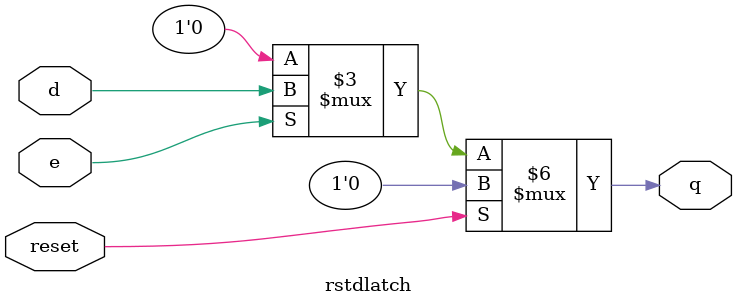
<source format=v>
module rstdlatch(input d, input e,input reset,output reg q);
always@(*)
if(reset) begin
q<=0;
end
else
begin
if(e)
q<=d;
else
q<=0;
end
endmodule

</source>
